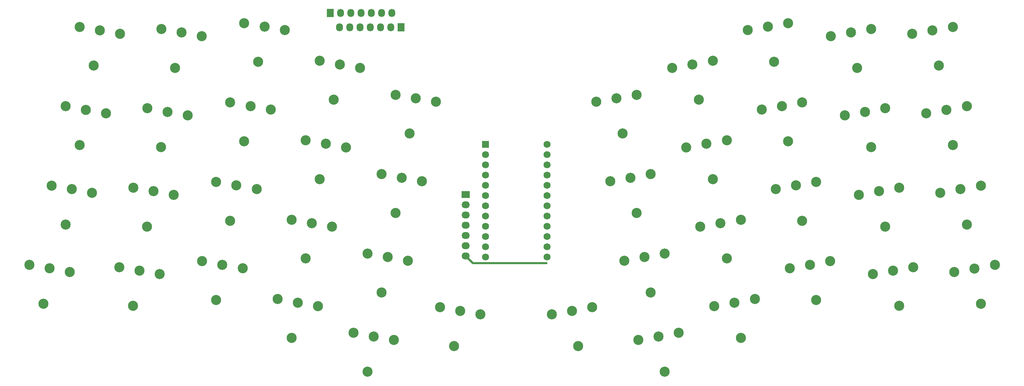
<source format=gbr>
G04 #@! TF.FileFunction,Copper,L1,Top,Signal*
%FSLAX46Y46*%
G04 Gerber Fmt 4.6, Leading zero omitted, Abs format (unit mm)*
G04 Created by KiCad (PCBNEW (2015-03-15 BZR 5517)-product) date Thursday, March 31, 2016 'AMt' 09:30:05 AM*
%MOMM*%
G01*
G04 APERTURE LIST*
%ADD10C,0.100000*%
%ADD11R,1.752600X1.752600*%
%ADD12C,1.752600*%
%ADD13C,2.500000*%
%ADD14R,1.727200X2.032000*%
%ADD15O,1.727200X2.032000*%
%ADD16R,2.032000X1.727200*%
%ADD17O,2.032000X1.727200*%
%ADD18C,0.600000*%
%ADD19C,0.500000*%
G04 APERTURE END LIST*
D10*
D11*
X142380000Y-84030000D03*
D12*
X142380000Y-86570000D03*
X142380000Y-89110000D03*
X142380000Y-91650000D03*
X142380000Y-94190000D03*
X142380000Y-96730000D03*
X142380000Y-99270000D03*
X142380000Y-101810000D03*
X142380000Y-104350000D03*
X142380000Y-106890000D03*
X142380000Y-109430000D03*
X142380000Y-111970000D03*
X157620000Y-111970000D03*
X157620000Y-109430000D03*
X157620000Y-106890000D03*
X157620000Y-104350000D03*
X157620000Y-101810000D03*
X157620000Y-99270000D03*
X157620000Y-96730000D03*
X157620000Y-94190000D03*
X157620000Y-91650000D03*
X157620000Y-89110000D03*
X157620000Y-86570000D03*
X157620000Y-84030000D03*
D13*
X227738914Y-113057997D03*
X217733267Y-114822262D03*
X224279823Y-122695070D03*
X222736090Y-113940129D03*
X244830346Y-94812917D03*
X234824699Y-96577182D03*
X241371255Y-104449990D03*
X239827522Y-95695049D03*
X51890448Y-56667829D03*
X41884801Y-54903564D03*
X45343892Y-64540637D03*
X46887625Y-55785696D03*
X48417485Y-76363984D03*
X38411838Y-74599719D03*
X41870929Y-84236792D03*
X43414662Y-75481851D03*
X44944521Y-96060139D03*
X34938874Y-94295874D03*
X38397965Y-103932947D03*
X39941698Y-95178006D03*
X39471558Y-115708730D03*
X29465911Y-113944465D03*
X32925002Y-123581538D03*
X34468735Y-114826597D03*
X72107548Y-57186369D03*
X62101901Y-55422104D03*
X65560992Y-65059177D03*
X67104725Y-56304236D03*
X68634584Y-76882524D03*
X58628937Y-75118259D03*
X62088028Y-84755332D03*
X63631761Y-76000391D03*
X65161621Y-96578679D03*
X55155974Y-94814414D03*
X58615065Y-104451487D03*
X60158798Y-95696546D03*
X61688657Y-116274835D03*
X51683010Y-114510570D03*
X55142101Y-124147643D03*
X56685834Y-115392702D03*
X92671944Y-55735294D03*
X82666297Y-53971029D03*
X86125388Y-63608102D03*
X87669121Y-54853161D03*
X89198980Y-75431449D03*
X79193333Y-73667184D03*
X82652424Y-83304257D03*
X84196157Y-74549316D03*
X85726017Y-95127604D03*
X75720370Y-93363339D03*
X79179461Y-103000412D03*
X80723194Y-94245471D03*
X82253053Y-114823759D03*
X72247406Y-113059494D03*
X75706497Y-122696567D03*
X77250230Y-113941626D03*
X111326210Y-65117104D03*
X101320563Y-63352839D03*
X104779654Y-72989912D03*
X106323387Y-64234971D03*
X107853246Y-84813259D03*
X97847599Y-83048994D03*
X101306690Y-92686067D03*
X102850423Y-83931126D03*
X104380283Y-104509414D03*
X94374636Y-102745149D03*
X97833727Y-112382222D03*
X99377460Y-103627281D03*
X100907319Y-124205569D03*
X90901672Y-122441304D03*
X94360763Y-132078377D03*
X95904496Y-123323436D03*
X130154124Y-73514107D03*
X120148477Y-71749842D03*
X123607568Y-81386915D03*
X125151301Y-72631974D03*
X126681161Y-93210262D03*
X116675514Y-91445997D03*
X120134605Y-101083070D03*
X121678338Y-92328129D03*
X123208197Y-112906417D03*
X113202550Y-111142152D03*
X116661641Y-120779225D03*
X118205374Y-112024284D03*
X119735233Y-132602572D03*
X109729586Y-130838307D03*
X113188677Y-140475380D03*
X114732410Y-131720439D03*
X141167870Y-126227458D03*
X131162223Y-124463193D03*
X134621314Y-134100266D03*
X136165047Y-125345325D03*
X168824097Y-124461695D03*
X158818450Y-126225960D03*
X165365006Y-134098768D03*
X163821273Y-125343827D03*
X179837843Y-71748344D03*
X169832196Y-73512609D03*
X176378752Y-81385417D03*
X174835019Y-72630476D03*
X183310806Y-91444499D03*
X173305159Y-93208764D03*
X179851715Y-101081572D03*
X178307982Y-92326631D03*
X186783770Y-111140654D03*
X176778123Y-112904919D03*
X183324679Y-120777727D03*
X181780946Y-112022786D03*
X190256733Y-130836809D03*
X180251086Y-132601074D03*
X186797642Y-140473882D03*
X185253909Y-131718941D03*
X198665757Y-63351342D03*
X188660110Y-65115607D03*
X195206666Y-72988415D03*
X193662933Y-64233474D03*
X202138721Y-83047497D03*
X192133074Y-84811762D03*
X198679630Y-92684570D03*
X197135897Y-83929629D03*
X205611684Y-102743652D03*
X195606037Y-104507917D03*
X202152593Y-112380725D03*
X200608860Y-103625784D03*
X209084648Y-122439807D03*
X199079001Y-124204072D03*
X205625557Y-132076880D03*
X204081824Y-123321939D03*
X217320023Y-53969531D03*
X207314376Y-55733796D03*
X213860932Y-63606604D03*
X212317199Y-54851663D03*
X220792987Y-73665686D03*
X210787340Y-75429951D03*
X217333896Y-83302759D03*
X215790163Y-74547818D03*
X224265950Y-93361842D03*
X214260303Y-95126107D03*
X220806859Y-102998915D03*
X219263126Y-94243974D03*
X237884419Y-55420607D03*
X227878772Y-57184872D03*
X234425328Y-65057680D03*
X232881595Y-56302739D03*
X241357382Y-75116762D03*
X231351735Y-76881027D03*
X237898291Y-84753835D03*
X236354558Y-75998894D03*
X248303310Y-114509072D03*
X238297663Y-116273337D03*
X244844219Y-124146145D03*
X243300486Y-115391204D03*
X258101519Y-54902066D03*
X248095872Y-56666331D03*
X254642428Y-64539139D03*
X253098695Y-55784198D03*
X261574482Y-74598221D03*
X251568835Y-76362486D03*
X258115391Y-84235294D03*
X256571658Y-75480353D03*
X265047446Y-94294376D03*
X255041799Y-96058641D03*
X261588355Y-103931449D03*
X260044622Y-95176508D03*
X268520409Y-113990532D03*
X258514762Y-115754797D03*
X265061318Y-123627605D03*
X263517585Y-114872664D03*
D14*
X121500000Y-55000000D03*
D15*
X118960000Y-55000000D03*
X116420000Y-55000000D03*
X113880000Y-55000000D03*
X111340000Y-55000000D03*
X108800000Y-55000000D03*
X106260000Y-55000000D03*
D14*
X104000000Y-51500000D03*
D15*
X106540000Y-51500000D03*
X109080000Y-51500000D03*
X111620000Y-51500000D03*
X114160000Y-51500000D03*
X116700000Y-51500000D03*
X119240000Y-51500000D03*
D16*
X137500000Y-96500000D03*
D17*
X137500000Y-99040000D03*
X137500000Y-101580000D03*
X137500000Y-104120000D03*
X137500000Y-106660000D03*
X137500000Y-109200000D03*
X137500000Y-111740000D03*
D18*
X169832196Y-73512609D03*
X137500000Y-111740000D03*
X157500000Y-113500000D03*
D19*
X169832196Y-73512609D02*
X169319587Y-73000000D01*
X137500000Y-111740000D02*
X139260000Y-113500000D01*
X139260000Y-113500000D02*
X157500000Y-113500000D01*
M02*

</source>
